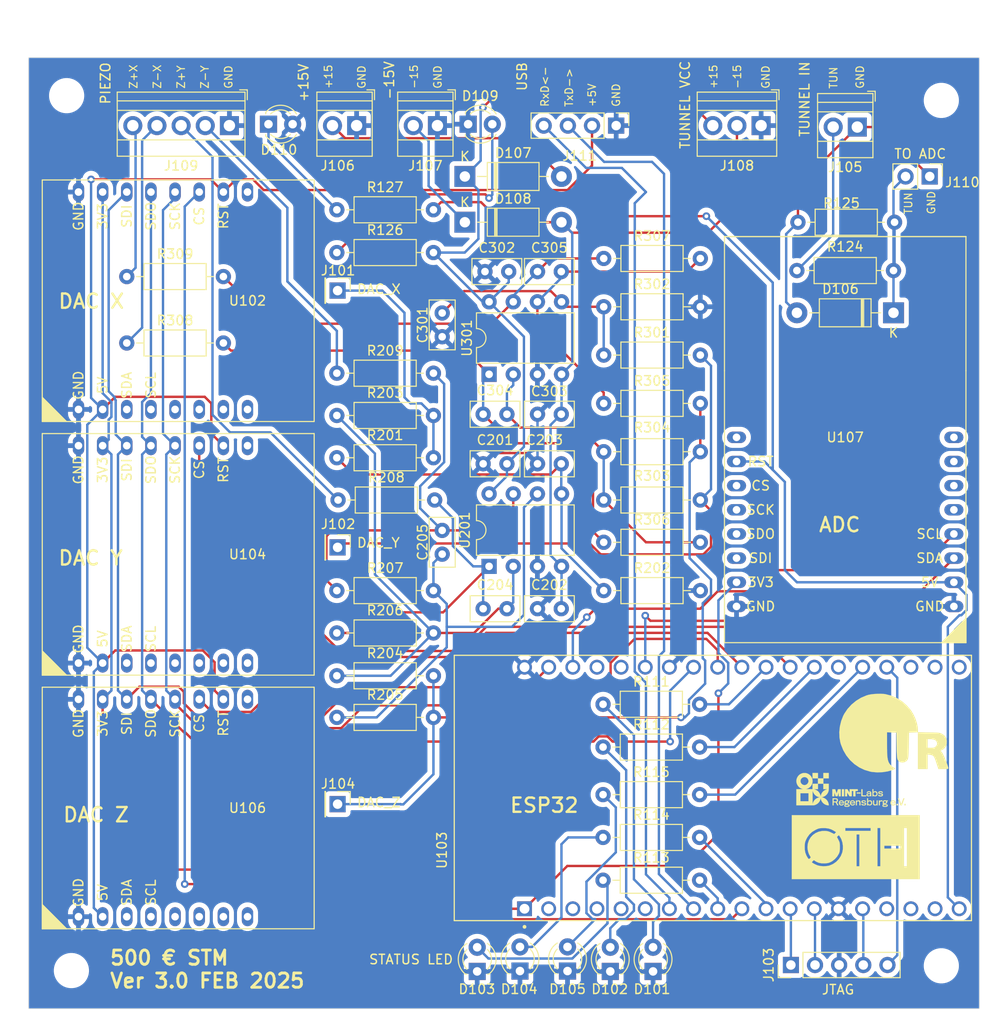
<source format=kicad_pcb>
(kicad_pcb (version 20240108) (generator "pcbnew") (generator_version "8.0")
  (title_block (title "500 EUR STM Adapterboard") (date "2025-02-18") (rev "3.0") (company "Univerität Regensburg"))
  (layers (0 "F.Cu" signal) (31 "B.Cu" signal) (37 "F.SilkS" user "F.Silkscreen") (38 "B.Mask" user) (39 "F.Mask" user) (44 "Edge.Cuts" user))
  (net 0 "")
  (net 1 "+15V")
  (net 2 "GND")
  (net 3 "-15V")
  (net 4 "Net-(U201B-+)")
  (net 5 "Net-(U201A--)")
  (net 6 "Net-(C204-Pad1)")
  (net 7 "Net-(U201B--)")
  (net 8 "Net-(C205-Pad1)")
  (net 9 "/Z-Yp")
  (net 10 "/Z+Ym")
  (net 11 "/Z+Yr")
  (net 12 "/Z-Yr")
  (net 13 "/Z-Ym")
  (net 14 "/LED_17")
  (net 15 "/LED_04")
  (net 16 "/LED_RED")
  (net 17 "/LED_YELLOW")
  (net 18 "/LED_GREEN")
  (net 19 "/TUNNEL_GND")
  (net 20 "/TUNNEL_TO_ADC_A3")
  (net 21 "/+15V_in")
  (net 22 "/-15V_in")
  (net 23 "/LED_+15V")
  (net 24 "/LED_-15V")
  (net 25 "X")
  (net 26 "Y")
  (net 27 "JTAG_TMS")
  (net 28 "JTAG_TD0")
  (net 29 "JTAG_TCK")
  (net 30 "JTAG_TDI")
  (net 31 "Z")
  (net 32 "/TUNNEL_IN")
  (net 33 "Z+X")
  (net 34 "Z-X")
  (net 35 "Z-Y")
  (net 36 "Z+Y")
  (net 37 "+5V")
  (net 38 "TXD")
  (net 39 "RXD")
  (net 40 "IO17")
  (net 41 "IO04")
  (net 42 "IO25")
  (net 43 "IO27")
  (net 44 "IO02")
  (net 45 "ESP32_CS1")
  (net 51 "+3V3")
  (net 52 "ESP32_SDI")
  (net 53 "ESP32_SDO")
  (net 54 "ESP32_SCK")
  (net 57 "ESP32_SDA")
  (net 66 "ESP32_CS3")
  (net 69 "ESP32_CS2")
  (net 70 "ESP32_SCL")
  (footprint "Resistor_THT:R_Axial_DIN0207_L6.3mm_D2.5mm_P10.16mm_Horizontal" (layer "F.Cu") (at 110.49 100.965)
    (property "Reference" "R306")
    (property "Value" "3K3")
  )
  (footprint "Resistor_THT:R_Axial_DIN0207_L6.3mm_D2.5mm_P10.16mm_Horizontal" (layer "F.Cu") (at 82.42 92.075)
    (property "Reference" "R201")
    (property "Value" "3K3")
  )
  (footprint "Connector_PinHeader_2.54mm:PinHeader_1x01_P2.54mm_Vertical" (layer "F.Cu") (at 82.5 128.5 -90)
    (property "Reference" "J104")
    (property "Value" "1xPin")
  )
  (footprint "Resistor_THT:R_Axial_DIN0207_L6.3mm_D2.5mm_P10.16mm_Horizontal" (layer "F.Cu") (at 110.49 86.36)
    (property "Reference" "R305")
    (property "Value" "3K3")
  )
  (footprint "Resistor_THT:R_Axial_DIN0207_L6.3mm_D2.5mm_P10.16mm_Horizontal" (layer "F.Cu") (at 82.42 110.5)
    (property "Reference" "R206")
    (property "Value" "3K3")
  )
  (footprint "Mikroe:Mikroe_Socket_DAC_2_Click" (layer "F.Cu") (at 64.135 102.235 -90)
    (property "Reference" "U104")
    (property "Value" "DAC Y")
  )
  (footprint "MountingHole:MountingHole_3.2mm_M3" (layer "F.Cu") (at 146 145.5)
    (property "Reference" "H104" (hide yes))
    (property "Value" "MountingHole" (hide yes))
  )
  (footprint "TerminalBlock:TerminalBlock_Xinya_XY308-2.54-2P_1x02_P2.54mm_Horizontal" (layer "F.Cu") (at 84.5 57.15 180)
    (property "Reference" "J106")
    (property "Value" "Power in +15V")
  )
  (footprint "Resistor_THT:R_Axial_DIN0207_L6.3mm_D2.5mm_P10.16mm_Horizontal" (layer "F.Cu") (at 82.42 106.045)
    (property "Reference" "R207")
    (property "Value" "3K3")
  )
  (footprint "Package_DIP:DIP-8_W7.62mm" (layer "F.Cu") (at 98.435 103.495 90)
    (property "Reference" "U201")
    (property "Value" "TL072")
  )
  (footprint "Resistor_THT:R_Axial_DIN0207_L6.3mm_D2.5mm_P10.16mm_Horizontal" (layer "F.Cu") (at 110.49 81.28)
    (property "Reference" "R301")
    (property "Value" "3K3")
  )
  (footprint "Resistor_THT:R_Axial_DIN0207_L6.3mm_D2.5mm_P10.16mm_Horizontal" (layer "F.Cu") (at 110.49 106.045)
    (property "Reference" "R202")
    (property "Value" "3K3")
  )
  (footprint "LED_THT:LED_D3.0mm_Clear" (layer "F.Cu") (at 106.68 146.05 90)
    (property "Reference" "D105")
    (property "Value" "GREEN")
  )
  (footprint "Resistor_THT:R_Axial_DIN0207_L6.3mm_D2.5mm_P10.16mm_Horizontal" (layer "F.Cu") (at 130.81 72.39)
    (property "Reference" "R124")
    (property "Value" "3K3")
  )
  (footprint "Adapterboard:oth" (layer "F.Cu") (at 137 133)
    (property "Reference" "U110" (hide yes))
    (property "Value" "OTH" (hide yes))
  )
  (footprint "Capacitor_THT:C_Disc_D5.0mm_W2.5mm_P2.50mm" (layer "F.Cu") (at 93.5 76.855 -90)
    (property "Reference" "C301")
    (property "Value" "4n7")
  )
  (footprint "Resistor_THT:R_Axial_DIN0207_L6.3mm_D2.5mm_P10.16mm_Horizontal" (layer "F.Cu") (at 82.42 70.5)
    (property "Reference" "R126")
    (property "Value" "3K3")
  )
  (footprint "Mikroe:Mikroe_Socket_DAC_2_Click" (layer "F.Cu") (at 64.135 75.565 -90)
    (property "Reference" "U102")
    (property "Value" "DAC X")
  )
  (footprint "LED_THT:LED_D3.0mm_Clear" (layer "F.Cu") (at 97.18 146.09 90)
    (property "Reference" "D103")
    (property "Value" "RED")
  )
  (footprint "Adapterboard:ur" (layer "F.Cu") (at 141 121)
    (property "Reference" "U109" (hide yes))
    (property "Value" "UniRegensburg" (hide yes))
  )
  (footprint "Resistor_THT:R_Axial_DIN0207_L6.3mm_D2.5mm_P10.16mm_Horizontal" (layer "F.Cu") (at 82.42 115)
    (property "Reference" "R204")
    (property "Value" "3K3")
  )
  (footprint "Package_DIP:DIP-8_W7.62mm" (layer "F.Cu") (at 98.435 83.3 90)
    (property "Reference" "U301")
    (property "Value" "TL072")
  )
  (footprint "Capacitor_THT:C_Disc_D5.0mm_W2.5mm_P2.50mm" (layer "F.Cu") (at 97.81 107.95)
    (property "Reference" "C204")
    (property "Value" "4n7")
  )
  (footprint "Capacitor_THT:C_Disc_D5.0mm_W2.5mm_P2.50mm" (layer "F.Cu") (at 106.025 92.71 180)
    (property "Reference" "C203")
    (property "Value" "4n7")
  )
  (footprint "Mikroe:Mikroe_Socket_DAC_2_Click" (layer "F.Cu") (at 64.135 128.905 -90)
    (property "Reference" "U106")
    (property "Value" "DAC Z")
  )
  (footprint "Capacitor_THT:C_Disc_D5.0mm_W2.5mm_P2.50mm" (layer "F.Cu") (at 106.025 107.95 180)
    (property "Reference" "C202")
    (property "Value" "100n")
  )
  (footprint "Connector_PinHeader_2.54mm:PinHeader_1x01_P2.54mm_Vertical" (layer "F.Cu") (at 82.5 74.5 -90)
    (property "Reference" "J101")
    (property "Value" "1xPin")
  )
  (footprint "LED_THT:LED_D3.0mm_Clear" (layer "F.Cu") (at 115.68 146.09 90)
    (property "Reference" "D101")
    (property "Value" "LED")
  )
  (footprint "Diode_THT:D_DO-41_SOD81_P10.16mm_Horizontal" (layer "F.Cu") (at 140.97 76.835 180)
    (property "Reference" "D106")
    (property "Value" "1N5819")
  )
  (footprint "Capacitor_THT:C_Disc_D5.0mm_W2.5mm_P2.50mm" (layer "F.Cu") (at 97.81 92.71)
    (property "Reference" "C201")
    (property "Value" "100n")
  )
  (footprint "Adapterboard:mint" (layer "F.Cu") (at 136.5 127)
    (property "Reference" "U108" (hide yes))
    (property "Value" "mint" (hide yes))
  )
  (footprint "Capacitor_THT:C_Disc_D5.0mm_W2.5mm_P2.50mm" (layer "F.Cu") (at 106.025 87.5 180)
    (property "Reference" "C303")
    (property "Value" "100n")
  )
  (footprint "MountingHole:MountingHole_3.2mm_M3" (layer "F.Cu") (at 54 54)
    (property "Reference" "H101" (hide yes))
    (property "Value" "MountingHole" (hide yes))
  )
  (footprint "Connector_PinHeader_2.54mm:PinHeader_1x01_P2.54mm_Vertical" (layer "F.Cu") (at 82.5 101.5 -90)
    (property "Reference" "J102")
    (property "Value" "1xPin")
  )
  (footprint "LED_THT:LED_D3.0mm_Clear" (layer "F.Cu") (at 111.18 146.09 90)
    (property "Reference" "D102")
    (property "Value" "LED")
  )
  (footprint "Capacitor_THT:C_Disc_D5.0mm_W2.5mm_P2.50mm" (layer "F.Cu") (at 98 72.5)
    (property "Reference" "C302")
    (property "Value" "100n")
  )
  (footprint "Resistor_THT:R_Axial_DIN0207_L6.3mm_D2.5mm_P10.16mm_Horizontal" (layer "F.Cu") (at 60.325 73.025)
    (property "Reference" "R309")
    (property "Value" "220")
  )
  (footprint "Resistor_THT:R_Axial_DIN0207_L6.3mm_D2.5mm_P10.16mm_Horizontal" (layer "F.Cu") (at 82.42 66)
    (property "Reference" "R127")
    (property "Value" "3K3")
  )
  (footprint "TerminalBlock:TerminalBlock_Xinya_XY308-2.54-3P_1x03_P2.54mm_Horizontal" (layer "F.Cu") (at 127.045 57.15 180)
    (property "Reference" "J108")
    (property "Value" "Power out Preamplifier")
  )
  (footprint "Resistor_THT:R_Axial_DIN0207_L6.3mm_D2.5mm_P10.16mm_Horizontal" (layer "F.Cu") (at 110.42 132)
    (property "Reference" "R114")
    (property "Value" "220")
  )
  (footprint "Resistor_THT:R_Axial_DIN0207_L6.3mm_D2.5mm_P10.16mm_Horizontal" (layer "F.Cu") (at 141.08 67.31 180)
    (property "Reference" "R125")
    (property "Value" "1K6")
  )
  (footprint "Resistor_THT:R_Axial_DIN0207_L6.3mm_D2.5mm_P10.16mm_Horizontal" (layer "F.Cu") (at 110.42 118)
    (property "Reference" "R111")
    (property "Value" "220")
  )
  (footprint "Resistor_THT:R_Axial_DIN0207_L6.3mm_D2.5mm_P10.16mm_Horizontal" (layer "F.Cu") (at 82.42 87.63)
    (property "Reference" "R203")
    (property "Value" "3K3")
  )
  (footprint "Resistor_THT:R_Axial_DIN0207_L6.3mm_D2.5mm_P10.16mm_Horizontal" (layer "F.Cu") (at 82.42 83.185)
    (property "Reference" "R209")
    (property "Value" "220")
  )
  (footprint "Resistor_THT:R_Axial_DIN0207_L6.3mm_D2.5mm_P10.16mm_Horizontal" (layer "F.Cu") (at 110.42 122.5)
    (property "Reference" "R112")
    (property "Value" "220")
  )
  (footprint "Resistor_THT:R_Axial_DIN0207_L6.3mm_D2.5mm_P10.16mm_Horizontal" (layer "F.Cu") (at 110.42 127.5)
    (property "Reference" "R115")
    (property "Value" "220")
  )
  (footprint "ESP32-DEVKITC-32D:MODULE_ESP32-DEVKITC-32D" (layer "F.Cu") (at 121.92 126.8 90)
    (property "Reference" "U103")
    (property "Value" "ESP32-DEVKITC-32D")
  )
  (footprint "LED_THT:LED_D3.0mm_Clear" (layer "F.Cu") (at 96.23 57)
    (property "Reference" "D109")
    (property "Value" "LED_+15V")
  )
  (footprint "Capacitor_THT:C_Disc_D5.0mm_W2.5mm_P2.50mm" (layer "F.Cu") (at 103.525 72.5)
    (property "Reference" "C305")
    (property "Value" "4n7")
  )
  (footprint "Resistor_THT:R_Axial_DIN0207_L6.3mm_D2.5mm_P10.16mm_Horizontal" (layer "F.Cu") (at 110.49 71.12)
    (property "Reference" "R307")
    (property "Value" "3K3")
  )
  (footprint "Diode_THT:D_DO-41_SOD81_P10.16mm_Horizontal" (layer "F.Cu") (at 95.885 62.5)
    (property "Reference" "D107")
    (property "Value" "1N5819")
  )
  (footprint "Resistor_THT:R_Axial_DIN0207_L6.3mm_D2.5mm_P10.16mm_Horizontal" (layer "F.Cu") (at 110.49 96.52)
    (property "Reference" "R303")
    (property "Value" "3K3")
  )
  (footprint "Capacitor_THT:C_Disc_D5.0mm_W2.5mm_P2.50mm" (layer "F.Cu") (at 97.81 87.5)
    (property "Reference" "C304")
    (property "Value" "4n7")
  )
  (footprint "LED_THT:LED_D3.0mm_Clear" (layer "F.Cu") (at 101.68 146.05 90)
    (property "Reference" "D104")
    (property "Value" "YELLOW")
  )
  (footprint "Resistor_THT:R_Axial_DIN0207_L6.3mm_D2.5mm_P10.16mm_Horizontal" (layer "F.Cu") (at 110.49 76.2)
    (property "Reference" "R302")
    (property "Value" "3K3")
  )
  (footprint "Connector_PinHeader_2.54mm:PinHeader_1x02_P2.54mm_Vertical" (layer "F.Cu") (at 144.78 62.5 -90)
    (property "Reference" "J110")
    (property "Value" "TUNNEL_1")
  )
  (footprint "TerminalBlock:TerminalBlock_Xinya_XY308-2.54-5P_1x05_P2.54mm_Horizontal" (layer "F.Cu") (at 71.12 57.15 180)
    (property "Reference" "J109")
    (property "Value" "Piezo")
  )
  (footprint "LED_THT:LED_D3.0mm_Clear" (layer "F.Cu") (at 75.23 57)
    (property "Reference" "D110")
    (property "Value" "LED_-15V")
  )
  (footprint "Capacitor_THT:C_Disc_D5.0mm_W2.5mm_P2.50mm" (layer "F.Cu") (at 93.5 99.715 -90)
    (property "Reference" "C205")
    (property "Value" "4n7")
  )
  (footprint "Diode_THT:D_DO-41_SOD81_P10.16mm_Horizontal" (layer "F.Cu") (at 95.885 67.31)
    (property "Reference" "D108")
    (property "Value" "1N5819")
  )
  (footprint "Resistor_THT:R_Axial_DIN0207_L6.3mm_D2.5mm_P10.16mm_Horizontal" (layer "F.Cu") (at 110.42 136.5)
    (property "Reference" "R113")
    (property "Value" "220")
  )
  (footprint "MountingHole:MountingHole_3.2mm_M3" (layer "F.Cu") (at 146 54.5)
    (property "Reference" "H102" (hide yes))
    (property "Value" "MountingHole" (hide yes))
  )
  (footprint "Resistor_THT:R_Axial_DIN0207_L6.3mm_D2.5mm_P10.16mm_Horizontal" (layer "F.Cu") (at 110.49 91.44)
    (property "Reference" "R304")
    (property "Value" "3K3")
  )
  (footprint "Resistor_THT:R_Axial_DIN0207_L6.3mm_D2.5mm_P10.16mm_Horizontal" (layer "F.Cu") (at 60.325 80.01)
    (property "Reference" "R308")
    (property "Value" "220")
  )
  (footprint "Connector_PinHeader_2.54mm:PinHeader_1x04_P2.54mm_Vertical" (layer "F.Cu") (at 111.8 57.15 -90)
    (property "Reference" "J111")
    (property "Value" "USB_Connector")
  )
  (footprint "Resistor_THT:R_Axial_DIN0207_L6.3mm_D2.5mm_P10.16mm_Horizontal" (layer "F.Cu") (at 82.42 119.38)
    (property "Reference" "R205")
    (property "Value" "3K3")
  )
  (footprint "TerminalBlock:TerminalBlock_Xinya_XY308-2.54-2P_1x02_P2.54mm_Horizontal" (layer "F.Cu") (at 93 57.15 180)
    (property "Reference" "J107")
    (property "Value" "Power in -15V")
  )
  (footprint "Resistor_THT:R_Axial_DIN0207_L6.3mm_D2.5mm_P10.16mm_Horizontal" (layer "F.Cu") (at 82.55 96.52)
    (property "Reference" "R208")
    (property "Value" "220")
  )
  (footprint "Connector_PinHeader_2.54mm:PinHeader_1x05_P2.54mm_Vertical" (layer "F.Cu") (at 130.175 145.415 90)
    (property "Reference" "J103")
    (property "Value" "JTAG")
  )
  (footprint "TerminalBlock:TerminalBlock_Xinya_XY308-2.54-2P_1x02_P2.54mm_Horizontal" (layer "F.Cu") (at 137.165 57.3 180)
    (property "Reference" "J105")
    (property "Value" "TUNNEL_IN")
  )
  (footprint "MountingHole:MountingHole_3.2mm_M3" (layer "F.Cu") (at 54.5 146)
    (property "Reference" "H103" (hide yes))
    (property "Value" "MountingHole" (hide yes))
  )
  (footprint "Mikroe:Mikroe_Socket_ADC_8_Click" (layer "F.Cu") (at 135.89 98.82)
    (property "Reference" "U107")
    (property "Value" "ADC 8 Click")
  )
  (gr_rect (start 50 50) (end 150 150) (stroke (width 0.05)) (fill none) (layer "Edge.Cuts"))
  (gr_text "-15V" (at 88.519 54.483 90) (layer "F.SilkS") (effects (font (size 1 1)) (justify left bottom)))
  (gr_text "ADC" (at 133 100 0) (layer "F.SilkS") (effects (font (size 1.5 1.5) (thickness 0.25) (bold yes)) (justify left bottom)))
  (gr_text "TxD->" (at 107.315 55.245 90) (layer "F.SilkS") (effects (font (size 0.8 0.8) (thickness 0.12)) (justify left bottom)))
  (gr_text "DAC_Z" (at 84.455 128.905 0) (layer "F.SilkS") (effects (font (size 1 1)) (justify left bottom)))
  (gr_text "TUN" (at 143.002 66.548 90) (layer "F.SilkS") (effects (font (size 0.8 0.8) (thickness 0.12)) (justify left bottom)))
  (gr_text "+15" (at 122.5 53.34 90) (layer "F.SilkS") (effects (font (size 0.8 0.8) (thickness 0.12)) (justify left bottom)))
  (gr_text "DAC X" (at 53 76.5 0) (layer "F.SilkS") (effects (font (size 1.5 1.5) (thickness 0.25) (bold yes)) (justify left bottom)))
  (gr_text "-15" (at 91 53.34 90) (layer "F.SilkS") (effects (font (size 0.8 0.8) (thickness 0.12)) (justify left bottom)))
  (gr_text "GND" (at 112.268 55.245 90) (layer "F.SilkS") (effects (font (size 0.8 0.8) (thickness 0.12)) (justify left bottom)))
  (gr_text "DAC Y" (at 53 103.5 0) (layer "F.SilkS") (effects (font (size 1.5 1.5) (thickness 0.25) (bold yes)) (justify left bottom)))
  (gr_text "+15V" (at 79.502 54.737 90) (layer "F.SilkS") (effects (font (size 1 1)) (justify left bottom)))
  (gr_text "Z-X" (at 64 53.34 90) (layer "F.SilkS") (effects (font (size 0.8 0.8) (thickness 0.12)) (justify left bottom)))
  (gr_text "TO ADC" (at 140.97 60.706 0) (layer "F.SilkS") (effects (font (size 1 1)) (justify left bottom)))
  (gr_text "500 € STM\nVer 3.0 FEB 2025" (at 58.42 147.955 0) (layer "F.SilkS") (effects (font (size 1.5 1.5) (thickness 0.3) (bold yes)) (justify left bottom)))
  (gr_text "GND" (at 85.5 53.34 90) (layer "F.SilkS") (effects (font (size 0.8 0.8) (thickness 0.12)) (justify left bottom)))
  (gr_text "GND" (at 71.5 53.34 90) (layer "F.SilkS") (effects (font (size 0.8 0.8) (thickness 0.12)) (justify left bottom)))
  (gr_text "TUNNEL VCC" (at 119.634 59.69 90) (layer "F.SilkS") (effects (font (size 1 1)) (justify left bottom)))
  (gr_text "GND" (at 137.922 53.34 90) (layer "F.SilkS") (effects (font (size 0.8 0.8) (thickness 0.12)) (justify left bottom)))
  (gr_text "Z+X" (at 61.5 53.34 90) (layer "F.SilkS") (effects (font (size 0.8 0.8) (thickness 0.12)) (justify left bottom)))
  (gr_text "DAC Z" (at 53.5 130.5 0) (layer "F.SilkS") (effects (font (size 1.5 1.5) (thickness 0.25) (bold yes)) (justify left bottom)))
  (gr_text "GND" (at 128 53.34 90) (layer "F.SilkS") (effects (font (size 0.8 0.8) (thickness 0.12)) (justify left bottom)))
  (gr_text "DAC_X" (at 84.455 74.93 0) (layer "F.SilkS") (effects (font (size 1 1)) (justify left bottom)))
  (gr_text "GND" (at 145.415 66.548 90) (layer "F.SilkS") (effects (font (size 0.8 0.8) (thickness 0.12)) (justify left bottom)))
  (gr_text "RxD<-" (at 104.775 55.245 90) (layer "F.SilkS") (effects (font (size 0.8 0.8) (thickness 0.12)) (justify left bottom)))
  (gr_text "JTAG" (at 133.35 148.59 0) (layer "F.SilkS") (effects (font (size 1 1)) (justify left bottom)))
  (gr_text "USB" (at 102.489 53.594 90) (layer "F.SilkS") (effects (font (size 1 1)) (justify left bottom)))
  (gr_text "TUN" (at 135.128 53.34 90) (layer "F.SilkS") (effects (font (size 0.8 0.8) (thickness 0.12)) (justify left bottom)))
  (gr_text "+5V" (at 109.728 55.245 90) (layer "F.SilkS") (effects (font (size 0.8 0.8) (thickness 0.12)) (justify left bottom)))
  (gr_text "Z+Y" (at 66.5 53.34 90) (layer "F.SilkS") (effects (font (size 0.8 0.8) (thickness 0.12)) (justify left bottom)))
  (gr_text "Z-Y" (at 69 53.34 90) (layer "F.SilkS") (effects (font (size 0.8 0.8) (thickness 0.12)) (justify left bottom)))
  (gr_text "DAC_Y" (at 84.455 101.6 0) (layer "F.SilkS") (effects (font (size 1 1)) (justify left bottom)))
  (gr_text "GND" (at 93.5 53.34 90) (layer "F.SilkS") (effects (font (size 0.8 0.8) (thickness 0.12)) (justify left bottom)))
  (gr_text "-15" (at 125 53.34 90) (layer "F.SilkS") (effects (font (size 0.8 0.8) (thickness 0.12)) (justify left bottom)))
  (gr_text "+15" (at 82 53.34 90) (layer "F.SilkS") (effects (font (size 0.8 0.8) (thickness 0.12)) (justify left bottom)))
  (gr_text "TUNNEL IN" (at 132.207 58.42 90) (layer "F.SilkS") (effects (font (size 1 1)) (justify left bottom)))
  (gr_text "STATUS LED" (at 85.725 145.415 0) (layer "F.SilkS") (effects (font (size 1 1)) (justify left bottom)))
  (gr_text "ESP32" (at 100.5 129.5 0) (layer "F.SilkS") (effects (font (size 1.5 1.5) (thickness 0.25) (bold yes)) (justify left bottom)))
  (gr_text "PIEZO" (at 58.674 54.991 90) (layer "F.SilkS") (effects (font (size 1 1)) (justify left bottom)))
  (segment (start 121.965 57.15) (end 118.79 53.975) (width 0.25) (layer "F.Cu") (net 1))
  (segment (start 99.06 53.975) (end 97.79 55.245) (width 0.25) (layer "F.Cu") (net 1))
  (segment (start 118.79 53.975) (end 99.06 53.975) (width 0.25) (layer "F.Cu") (net 1))
  (via (at 97.79 55.245) (size 0.8) (drill 0.4) (layers "F.Cu" "B.Cu") (net 1))
  (segment (start 98.435 75.68) (end 102.1 79.345) (width 0.25) (layer "B.Cu") (net 1))
  (segment (start 102.1 79.345) (end 102.1 90.92) (width 0.25) (layer "B.Cu") (net 1))
  (segment (start 100.31 94) (end 98.435 95.875) (width 0.25) (layer "B.Cu") (net 1))
  (segment (start 100.5 73.615) (end 100.5 72.5) (width 0.25) (layer "B.Cu") (net 1))
  (segment (start 92.58 70.5) (end 97.76 75.68) (width 0.25) (layer "B.Cu") (net 1))
  (segment (start 97.31 63.925) (end 97.31 69.06) (width 0.25) (layer "B.Cu") (net 1))
  (segment (start 97.79 55.245) (end 97.545 55.49) (width 0.25) (layer "B.Cu") (net 1))
  (segment (start 102.1 90.92) (end 100.31 92.71) (width 0.25) (layer "B.Cu") (net 1))
  (segment (start 97.31 69.06) (end 95.87 70.5) (width 0.25) (layer "B.Cu") (net 1))
  (segment (start 95.87 70.5) (end 92.58 70.5) (width 0.25) (layer "B.Cu") (net 1))
  (segment (start 100.31 92.71) (end 100.31 94) (width 0.25) (layer "B.Cu") (net 1))
  (segment (start 97.76 75.68) (end 98.435 75.68) (width 0.25) (layer "B.Cu") (net 1))
  (segment (start 97.545 60.84) (end 95.885 62.5) (width 0.25) (layer "B.Cu") (net 1))
  (segment (start 97.545 55.49) (end 97.545 60.84) (width 0.25) (layer "B.Cu") (net 1))
  (segment (start 98.435 75.68) (end 100.5 73.615) (width 0.25) (layer "B.Cu") (net 1))
  (segment (start 95.885 62.5) (end 97.31 63.925) (width 0.25) (layer "B.Cu") (net 1))
  (segment (start 103.525 92.71) (end 102.4 91.585) (width 0.25) (layer "F.Cu") (net 2))
  (segment (start 98.935 91.585) (end 97.81 92.71) (width 0.25) (layer "F.Cu") (net 2))
  (segment (start 102.4 91.585) (end 98.935 91.585) (width 0.25) (layer "F.Cu") (net 2))
  (segment (start 103.525 87.5) (end 103.525 92.71) (width 0.25) (layer "B.Cu") (net 2))
  (segment (start 106.045 67.31) (end 107.144999 68.409999) (width 0.25) (layer "F.Cu") (net 3))
  (segment (start 97.585001 65.200001) (end 99.695 67.31) (width 0.25) (layer "F.Cu") (net 3))
  (segment (start 93.379999 65.200001) (end 97.585001 65.200001) (width 0.25) (layer "F.Cu") (net 3))
  (segment (start 124.505 64.725) (end 124.505 57.15) (width 0.25) (layer "F.Cu") (net 3))
  (segment (start 107.144999 68.409999) (end 121.455001 68.409999) (width 0.25) (layer "F.Cu") (net 3))
  (segment (start 92.58 66) (end 93.379999 65.200001) (width 0.25) (layer "F.Cu") (net 3))
  (segment (start 124.46 65.405) (end 124.46 64.77) (width 0.25) (layer "F.Cu") (net 3))
  (segment (start 124.46 64.77) (end 124.505 64.725) (width 0.25) (layer "F.Cu") (net 3))
  (segment (start 99.695 67.31) (end 106.045 67.31) (width 0.25) (layer "F.Cu") (net 3))
  (segment (start 121.455001 68.409999) (end 124.46 65.405) (width 0.25) (layer "F.Cu") (net 3))
  (segment (start 106.055 103.495) (end 106.055 107.92) (width 0.25) (layer "B.Cu") (net 3))
  (segment (start 107.18 68.445) (end 106.045 67.31) (width 0.25) (layer "B.Cu") (net 3))
  (segment (start 106.055 83.3) (end 106.055 87.47) (width 0.25) (layer "B.Cu") (net 3))
  (segment (start 106.055 107.92) (end 106.025 107.95) (width 0.25) (layer "B.Cu") (net 3))
  (segment (start 106.055 87.47) (end 106.025 87.5) (width 0.25) (layer "B.Cu") (net 3))
  (segment (start 107.18 82.175) (end 107.18 68.445) (width 0.25) (layer "B.Cu") (net 3))
  (segment (start 106.025 87.5) (end 104.9 88.625) (width 0.25) (layer "B.Cu") (net 3))
  (segment (start 104.9 102.34) (end 106.055 103.495) (width 0.25) (layer "B.Cu") (net 3))
  (segment (start 106.055 83.3) (end 107.18 82.175) (width 0.25) (layer "B.Cu") (net 3))
  (segment (start 104.9 88.625) (end 104.9 102.34) (width 0.25) (layer "B.Cu") (net 3))
  (segment (start 104.9 93.835) (end 106.025 92.71) (width 0.25) (layer "F.Cu") (net 4))
  (segment (start 82.42 92.075) (end 84.18 93.835) (width 0.25) (layer "F.Cu") (net 4))
  (segment (start 84.18 93.835) (end 104.9 93.835) (width 0.25) (layer "F.Cu") (net 4))
  (segment (start 106.055 101.61) (end 110.49 106.045) (width 0.25) (layer "B.Cu") (net 4))
  (segment (start 106.055 95.875) (end 106.055 101.61) (width 0.25) (layer "B.Cu") (net 4))
  (segment (start 106.025 95.845) (end 106.055 95.875) (width 0.25) (layer "B.Cu") (net 4))
  (segment (start 106.025 92.71) (end 106.025 95.845) (width 0.25) (layer "B.Cu") (net 4))
  (segment (start 96.850991 110.5) (end 92.58 110.5) (width 0.25) (layer "F.Cu") (net 5))
  (segment (start 99.400991 107.95) (end 96.850991 110.5) (width 0.25) (layer "F.Cu") (net 5))
  (segment (start 100.31 107.95) (end 99.400991 107.95) (width 0.25) (layer "F.Cu") (net 5))
  (segment (start 88.08 115) (end 92.58 110.5) (width 0.25) (layer "B.Cu") (net 5))
  (segment (start 100.975 107.285) (end 100.31 107.95) (width 0.25) (layer "B.Cu") (net 5))
  (segment (start 86.422613 91.632613) (end 86.422613 104.342613) (width 0.25) (layer "B.Cu") (net 5))
  (segment (start 86.422613 104.342613) (end 92.58 110.5) (width 0.25) (layer "B.Cu") (net 5))
  (segment (start 100.975 103.495) (end 100.975 107.285) (width 0.25) (layer "B.Cu") (net 5))
  (segment (start 82.42 87.63) (end 86.422613 91.632613) (width 0.25) (layer "B.Cu") (net 5))
  (segment (start 82.42 115) (end 88.08 115) (width 0.25) (layer "B.Cu") (net 5))
  (segment (start 89.535 108.331) (end 93.599 108.331) (width 0.25) (layer "F.Cu") (net 6))
  (segment (start 87.366 110.5) (end 89.535 108.331) (width 0.25) (layer "F.Cu") (net 6))
  (segment (start 93.599 108.331) (end 98.435 103.495) (width 0.25) (layer "F.Cu") (net 6))
  (segment (start 82.42 110.5) (end 87.366 110.5) (width 0.25) (layer "F.Cu") (net 6))
  (segment (start 94.625 98.435) (end 94.625 101.356) (width 0.25) (layer "B.Cu") (net 6))
  (segment (start 97.81 104.12) (end 98.435 103.495) (width 0.25) (layer "B.Cu") (net 6))
  (segment (start 94.625 101.356) (end 96.764 103.495) (width 0.25) (layer "B.Cu") (net 6))
  (segment (start 96.764 103.495) (end 98.435 103.495) (width 0.25) (layer "B.Cu") (net 6))
  (segment (start 92.71 96.52) (end 94.625 98.435) (width 0.25) (layer "B.Cu") (net 6))
  (segment (start 97.81 104.394) (end 97.81 104.12) (width 0.25) (layer "B.Cu") (net 6))
  (segment (start 97.81 107.95) (end 97.81 104.394) (width 0.25) (layer "B.Cu") (net 6))
  (segment (start 93.98 107.445) (end 93.98 109.855) (width 0.25) (layer "B.Cu") (net 7))
  (segment (start 86.609009 119.38) (end 82.42 119.38) (width 0.25) (layer "B.Cu") (net 7))
  (segment (start 92.58 103.135) (end 93.5 102.215) (width 0.25) (layer "B.Cu") (net 7))
  (segment (start 102.1 108.593) (end 100.838 109.855) (width 0.25) (layer "B.Cu") (net 7))
  (segment (start 92.58 106.045) (end 93.98 107.445) (width 0.25) (layer "B.Cu") (net 7))
  (segment (start 93.98 112.009009) (end 86.609009 119.38) (width 0.25) (layer "B.Cu") (net 7))
  (segment (start 92.58 106.045) (end 92.58 103.135) (width 0.25) (layer "B.Cu") (net 7))
  (segment (start 102.1 97.29) (end 102.1 108.593) (width 0.25) (layer "B.Cu") (net 7))
  (segment (start 100.838 109.855) (end 93.98 109.855) (width 0.25) (layer "B.Cu") (net 7))
  (segment (start 93.98 109.855) (end 93.98 112.009009) (width 0.25) (layer "B.Cu") (net 7))
  (segment (start 103.515 95.875) (end 102.1 97.29) (width 0.25) (layer "B.Cu") (net 7))
  (segment (start 93.5 99.715) (end 100.183 99.715) (width 0.25) (layer "F.Cu") (net 8))
  (segment (start 81.935 99.715) (end 93.5 99.715) (width 0.25) (layer "F.Cu") (net 8))
  (segment (start 100.975 98.923) (end 100.975 95.875) (width 0.25) (layer "F.Cu") (net 8))
  (segment (start 82.42 106.045) (end 81.325 104.95) (width 0.25) (layer "F.Cu") (net 8))
  (segment (start 81.325 104.95) (end 81.325 100.325) (width 0.25) (layer "F.Cu") (net 8))
  (segment (start 100.183 99.715) (end 100.975 98.923) (width 0.25) (layer "F.Cu") (net 8))
  (segment (start 81.325 100.325) (end 81.935 99.715) (width 0.25) (layer "F.Cu") (net 8))
  (segment (start 91.186 97.401) (end 91.186 95.059991) (width 0.25) (layer "B.Cu") (net 8))
  (segment (start 93.5 99.715) (end 91.186 97.401) (width 0.25) (layer "B.Cu") (net 8))
  (segment (start 91.186 95.059991) (end 93.705 92.540991) (width 0.25) (layer "B.Cu") (net 8))
  (segment (start 93.705 92.540991) (end 93.705 84.31) (width 0.25) (layer "B.Cu") (net 8))
  (segment (start 93.705 84.31) (end 92.58 83.185) (width 0.25) (layer "B.Cu") (net 8))
  (segment (start 106.055 75.68) (end 104.93 74.555) (width 0.25) (layer "F.Cu") (net 9))
  (segment (start 104.93 74.555) (end 95.8 74.555) (width 0.25) (layer "F.Cu") (net 9))
  (segment (start 110.49 76.2) (end 106.575 76.2) (width 0.25) (layer "F.Cu") (net 9))
  (segment (start 95.8 74.555) (end 93.5 76.855) (width 0.25) (layer "F.Cu") (net 9))
  (segment (start 106.575 76.2) (end 106.055 75.68) (width 0.25) (layer "F.Cu") (net 9))
  (segment (start 110.49 81.28) (end 110.49 76.2) (width 0.25) (layer "B.Cu") (net 9))
  (segment (start 114.935 100.965) (end 120.65 100.965) (width 0.25) (layer "F.Cu") (net 10))
  (segment (start 110.49 96.52) (end 114.935 100.965) (width 0.25) (layer "F.Cu") (net 10))
  (segment (start 107.95 88.9) (end 110.49 91.44) (width 0.25) (layer "F.Cu") (net 10))
  (segment (start 101.71 88.9) (end 107.95 88.9) (width 0.25) (layer "F.Cu") (net 10))
  (segment (start 100.31 87.5) (end 101.71 88.9) (width 0.25) (layer "F.Cu") (net 10))
  (segment (start 100.31 85.11) (end 100.31 87.5) (width 0.25) (layer "B.Cu") (net 10))
  (segment (start 100.975 84.445) (end 100.31 85.11) (width 0.25) (layer "B.Cu") (net 10))
  (segment (start 100.975 83.3) (end 100.975 84.445) (width 0.25) (layer "B.Cu") (net 10))
  (segment (start 110.49 91.44) (end 110.49 96.52) (width 0.25) (layer "B.Cu") (net 10))
  (segment (start 71.284999 80.809999) (end 95.944999 80.809999) (width 0.25) (layer "F.Cu") (net 11))
  (segment (start 97.81 87.5) (end 100.861 90.551) (width 0.25) (layer "F.Cu") (net 11))
  (segment (start 100.861 90.551) (end 106.807 90.551) (width 0.25) (layer "F.Cu") (net 11))
  (segment (start 70.485 80.01) (end 71.284999 80.809999) (width 0.25) (layer "F.Cu") (net 11))
  (segment (start 109.365 93.109) (end 109.365 99.84) (width 0.25) (layer "F.Cu") (net 11))
  (segment (start 95.944999 80.809999) (end 98.435 83.3) (width 0.25) (layer "F.Cu") (net 11))
  (segment (start 109.365 99.84) (end 110.49 100.965) (width 0.25) (layer "F.Cu") (net 11))
  (segment (start 106.807 90.551) (end 109.365 93.109) (width 0.25) (layer "F.Cu") (net 11))
  (segment (start 97.81 83.925) (end 98.435 83.3) (width 0.25) (layer "B.Cu") (net 11))
  (segment (start 97.81 87.5) (end 97.81 83.925) (width 0.25) (layer "B.Cu") (net 11))
  (segment (start 75.44 77.98) (end 70.485 73.025) (width 0.25) (layer "F.Cu") (net 12))
  (segment (start 100.975 75.68) (end 98.675 77.98) (width 0.25) (layer "F.Cu") (net 12))
  (segment (start 103.525 72.5) (end 104.905 71.12) (width 0.25) (layer "F.Cu") (net 12))
  (segment (start 98.675 77.98) (end 75.44 77.98) (width 0.25) (layer "F.Cu") (net 12))
  (segment (start 104.905 71.12) (end 110.49 71.12) (width 0.25) (layer "F.Cu") (net 12))
  (segment (start 103.525 72.5) (end 100.975 75.05) (width 0.25) (layer "B.Cu") (net 12))
  (segment (start 100.975 75.05) (end 100.975 75.68) (width 0.25) (layer "B.Cu") (net 12))
  (segment (start 110.49 85.22863) (end 103.515 78.25363) (width 0.25) (layer "F.Cu") (net 13))
  (segment (start 103.515 78.25363) (end 103.515 75.68) (width 0.25) (layer "F.Cu") (net 13))
  (segment (start 106.025 72.5) (end 119.27 72.5) (width 0.25) (layer "F.Cu") (net 13))
  (segment (start 110.49 86.36) (end 110.49 85.22863) (width 0.25) (layer "F.Cu") (net 13))
  (segment (start 119.27 72.5) (end 120.65 71.12) (width 0.25) (layer "F.Cu") (net 13))
  (segment (start 106.025 73.17) (end 106.025 72.5) (width 0.25) (layer "B.Cu") (net 13))
  (segment (start 103.515 75.68) (end 106.025 73.17) (width 0.25) (layer "B.Cu") (net 13))
  (segment (start 113.665 121.245) (end 110.42 118) (width 0.25) (layer "B.Cu") (net 14))
  (segment (start 116.295 139.042294) (end 116.300449 139.036845) (width 0.25) (layer "B.Cu") (net 14))
  (segment (start 115.68 140.86) (end 116.295 140.245) (width 0.25) (layer "B.Cu") (net 14))
  (segment (start 113.665 136.401396) (end 113.665 121.245) (width 0.25) (layer "B.Cu") (net 14))
  (segment (start 116.300449 139.036845) (end 113.665 136.401396) (width 0.25) (layer "B.Cu") (net 14))
  (segment (start 116.295 140.245) (end 116.295 139.042294) (width 0.25) (layer "B.Cu") (net 14))
  (segment (start 115.68 143.55) (end 115.68 140.86) (width 0.25) (layer "B.Cu") (net 14))
  (segment (start 111.18 141.55) (end 112.125 140.605) (width 0.25) (layer "B.Cu") (net 15))
  (segment (start 113.665 139.065) (end 112.855 138.255) (width 0.25) (layer "B.Cu") (net 15))
  (segment (start 111.18 143.55) (end 111.18 141.55) (width 0.25) (layer "B.Cu") (net 15))
  (segment (start 112.125 140.605) (end 112.777706 140.605) (width 0.25) (layer "B.Cu") (net 15))
  (segment (start 113.665 139.717706) (end 113.665 139.065) (width 0.25) (layer "B.Cu") (net 15))
  (segment (start 112.855 124.935) (end 110.42 122.5) (width 0.25) (layer "B.Cu") (net 15))
  (segment (start 112.777706 140.605) (end 113.665 139.717706) (width 0.25) (layer "B.Cu") (net 15))
  (segment (start 112.855 138.255) (end 112.855 124.935) (width 0.25) (layer "B.Cu") (net 15))
  (segment (start 107.187412 144.735) (end 110.885 141.037412) (width 0.25) (layer "B.Cu") (net 16))
  (segment (start 110.885 141.037412) (end 110.885 136.965) (width 0.25) (layer "B.Cu") (net 16))
  (segment (start 98.365 144.735) (end 107.187412 144.735) (width 0.25) (layer "B.Cu") (net 16))
  (segment (start 97.18 143.55) (end 98.365 144.735) (width 0.25) (layer "B.Cu") (net 16))
  (segment (start 110.885 136.965) (end 110.42 136.5) (width 0.25) (layer "B.Cu") (net 16))
  (segment (start 102.952792 143.51) (end 106.045 140.417792) (width 0.25) (layer "B.Cu") (net 17))
  (segment (start 101.68 143.51) (end 102.952792 143.51) (width 0.25) (layer "B.Cu") (net 17))
  (segment (start 106.045 140.417792) (end 106.045 132.715) (width 0.25) (layer "B.Cu") (net 17))
  (segment (start 106.76 132) (end 110.42 132) (width 0.25) (layer "B.Cu") (net 17))
  (segment (start 106.045 132.715) (end 106.76 132) (width 0.25) (layer "B.Cu") (net 17))
  (segment (start 109.585 140.605) (end 109.322294 140.605) (width 0.25) (layer "B.Cu") (net 18))
  (segment (start 108.675 136.654009) (end 111.76 133.569009) (width 0.25) (layer "B.Cu") (net 18))
  (segment (start 109.322294 140.605) (end 108.675 139.957706) (width 0.25) (layer "B.Cu") (net 18))
  (segment (start 111.76 128.84) (end 110.42 127.5) (width 0.25) (layer "B.Cu") (net 18))
  (segment (start 108.675 139.957706) (end 108.675 136.654009) (width 0.25) (layer "B.Cu") (net 18))
  (segment (start 111.76 133.569009) (end 111.76 128.84) (width 0.25) (layer "B.Cu") (net 18))
  (segment (start 106.68 143.51) (end 109.585 140.605) (width 0.25) (layer "B.Cu") (net 18))
  (segment (start 130.92 67.31) (end 130.92 63.545) (width 0.25) (layer "F.Cu") (net 19))
  (segment (start 130.92 63.545) (end 137.165 57.3) (width 0.25) (layer "F.Cu") (net 19))
  (segment (start 144.78 62.5) (end 139.58 57.3) (width 0.25) (layer "F.Cu") (net 19))
  (segment (start 139.58 57.3) (end 137.165 57.3) (width 0.25) (layer "F.Cu") (net 19))
  (segment (start 129.685 68.545) (end 129.685 75.71) (width 0.25) (layer "B.Cu") (net 19))
  (segment (start 129.685 75.71) (end 130.81 76.835) (width 0.25) (layer "B.Cu") (net 19))
  (segment (start 130.92 67.31) (end 129.685 68.545) (width 0.25) (layer "B.Cu") (net 19))
  (segment (start 140.97 63.77) (end 142.24 62.5) (width 0.25) (layer "B.Cu") (net 20))
  (segment (start 141.08 67.31) (end 141.08 72.28) (width 0.25) (layer "B.Cu") (net 20))
  (segment (start 141.08 72.28) (end 140.97 72.39) (width 0.25) (layer "B.Cu") (net 20))
  (segment (start 140.97 76.835) (end 140.97 63.77) (width 0.25) (layer "B.Cu") (net 20))
  (segment (start 83.285 58.475) (end 81.96 57.15) (width 0.25) (layer "F.Cu") (net 21))
  (segment (start 102.02 58.475) (end 83.285 58.475) (width 0.25) (layer "F.Cu") (net 21))
  (segment (start 106.045 62.5) (end 102.02 58.475) (width 0.25) (layer "F.Cu") (net 21))
  (segment (start 90.46 57.15) (end 92.075 58.765) (width 0.25) (layer "B.Cu") (net 22))
  (segment (start 92.075 63.5) (end 95.885 67.31) (width 0.25) (layer "B.Cu") (net 22))
  (segment (start 92.075 58.765) (end 92.075 63.5) (width 0.25) (layer "B.Cu") (net 22))
  (segment (start 98.03 64.375) (end 98.425 64.77) (width 0.25) (layer "F.Cu") (net 23))
  (segment (start 82.42 70.5) (end 88.545 64.375) (width 0.25) (layer "F.Cu") (net 23))
  (segment (start 88.545 64.375) (end 98.03 64.375) (width 0.25) (layer "F.Cu") (net 23))
  (via (at 98.425 64.77) (size 0.8) (drill 0.4) (layers "F.Cu" "B.Cu") (net 23))
  (segment (start 98.77 57) (end 98.77 64.425) (width 0.25) (layer "B.Cu") (net 23))
  (segment (start 98.77 64.425) (end 98.425 64.77) (width 0.25) (layer "B.Cu") (net 23))
  (segment (start 75.23 58.81) (end 82.42 66) (width 0.25) (layer "B.Cu") (net 24))
  (segment (start 75.23 57) (end 75.23 58.81) (width 0.25) (layer "B.Cu") (net 24))
  (segment (start 89.535 85.725) (end 90.17 86.36) (width 0.25) (layer "B.Cu") (net 25))
  (segment (start 90.17 86.36) (end 91.31 86.36) (width 0.25) (layer "B.Cu") (net 25))
  (segment (start 91.31 86.36) (end 92.58 87.63) (width 0.25) (layer "B.Cu") (net 25))
  (segment (start 82.5 74.5) (end 87.2 74.5) (width 0.25) (layer "B.Cu") (net 25))
  (segment (start 92.58 92.075) (end 92.58 87.63) (width 0.25) (layer "B.Cu") (net 25))
  (segment (start 87.2 74.5) (end 89.535 76.835) (width 0.25) (layer "B.Cu") (net 25))
  (segment (start 89.535 76.835) (end 89.535 85.725) (width 0.25) (layer "B.Cu") (net 25))
  (segment (start 109.024009 101.09) (end 82.91 101.09) (width 0.25) (layer "F.Cu") (net 26))
  (segment (start 121.775 97.645) (end 121.775 101.430991) (width 0.25) (layer "F.Cu") (net 26))
  (segment (start 121.775 101.430991) (end 120.970991 102.235) (width 0.25) (layer "F.Cu") (net 26))
  (segment (start 120.970991 102.235) (end 110.169009 102.235) (width 0.25) (layer "F.Cu") (net 26))
  (segment (start 110.169009 102.235) (end 109.024009 101.09) (width 0.25) (layer "F.Cu") (net 26))
  (segment (start 120.65 96.52) (end 121.775 97.645) (width 0.25) (layer "F.Cu") (net 26))
  (segment (start 82.91 101.09) (end 82.5 101.5) (width 0.25) (layer "F.Cu") (net 26))
  (segment (start 121.775 95.395) (end 120.65 96.52) (width 0.25) (layer "B.Cu") (net 26))
  (segment (start 121.775 82.405) (end 121.775 95.395) (width 0.25) (layer "B.Cu") (net 26))
  (segment (start 120.65 81.28) (end 121.775 82.405) (width 0.25) (layer "B.Cu") (net 26))
  (segment (start 130.175 139.575) (end 130.1 139.5) (width 0.25) (layer "B.Cu") (net 27))
  (segment (start 130.175 145.415) (end 130.175 139.575) (width 0.25) (layer "B.Cu") (net 27))
  (segment (start 141.365 144.385) (end 141.365 115.205) (width 0.25) (layer "B.Cu") (net 28))
  (segment (start 141.365 115.205) (end 140.26 114.1) (width 0.25) (layer "B.Cu") (net 28))
  (segment (start 140.335 145.415) (end 141.365 144.385) (width 0.25) (layer "B.Cu") (net 28))
  (segment (start 137.795 139.575) (end 137.72 139.5) (width 0.25) (layer "B.Cu") (net 29))
  (segment (start 137.795 145.415) (end 137.795 139.575) (width 0.25) (layer "B.Cu") (net 29))
  (segment (start 132.715 139.575) (end 132.64 139.5) (width 0.25) (layer "B.Cu") (net 30))
  (segment (start 132.715 145.415) (end 132.715 139.575) (width 0.25) (layer "B.Cu") (net 30))
  (segment (start 118.618 119.38) (end 92.58 119.38) (width 0.25) (layer "F.Cu") (net 31))
  (segment (start 120.65 86.36) (end 120.65 91.44) (width 0.25) (layer "F.Cu") (net 31))
  (via (at 118.618 119.38) (size 0.8) (drill 0.4) (layers "F.Cu" "B.Cu") (net 31))
  (segment (start 121.775 104.884) (end 119.525 102.634) (width 0.25) (layer "B.Cu") (net 31))
  (segment (start 121.775 106.510991) (end 121.775 104.884) (width 0.25) (layer "B.Cu") (net 31))
  (segment (start 119.525 92.565) (end 120.65 91.44) (width 0.25) (layer "B.Cu") (net 31))
  (segment (start 119.022 119.38) (end 119.455 118.947) (width 0.25) (layer "B.Cu") (net 31))
  (segment (start 89.13 128.5) (end 82.5 128.5) (width 0.25) (layer "B.Cu") (net 31))
  (segment (start 89.408 128.524) (end 89.154 128.524) (width 0.25) (layer "B.Cu") (net 31))
  (segment (start 92.58 125.352) (end 89.408 128.524) (width 0.25) (layer "B.Cu") (net 31))
  (segment (start 120.904 113.157) (end 120.904 107.381991) (width 0.25) (layer "B.Cu") (net 31))
  (segment (start 121.158 115.831009) (end 121.158 113.411) (width 0.25) (layer "B.Cu") (net 31))
  (segment (start 121.158 113.411) (end 120.904 113.157) (width 0.25) (layer "B.Cu") (net 31))
  (segment (start 118.618 119.38) (end 119.022 119.38) (width 0.25) (layer "B.Cu") (net 31))
  (segment (start 119.455 117.534009) (end 121.158 115.831009) (width 0.25) (layer "B.Cu") (net 31))
  (segment (start 120.904 107.381991) (end 121.775 106.510991) (width 0.25) (layer "B.Cu") (net 31))
  (segment (start 119.525 102.634) (end 119.525 92.565) (width 0.25) (layer "B.Cu") (net 31))
  (segment (start 92.58 119.38) (end 92.58 125.352) (width 0.25) (layer "B.Cu") (net 31))
  (segment (start 119.455 118.947) (end 119.455 117.534009) (width 0.25) (layer "B.Cu") (net 31))
  (segment (start 89.154 128.524) (end 89.13 128.5) (width 0.25) (layer "B.Cu") (net 31))
  (segment (start 92.58 115) (end 92.58 119.38) (width 0.25) (layer "B.Cu") (net 31))
  (segment (start 130.81 72.39) (end 134.625 68.575) (width 0.25) (layer "B.Cu") (net 32))
  (segment (start 134.625 68.575) (end 134.625 57.3) (width 0.25) (layer "B.Cu") (net 32))
  (segment (start 75.438 89.408) (end 82.55 96.52) (width 0.25) (layer "B.Cu") (net 33))
  (segment (start 69.342 87.560148) (end 71.189852 89.408) (width 0.25) (layer "B.Cu") (net 33))
  (segment (start 71.189852 89.408) (end 75.438 89.408) (width 0.25) (layer "B.Cu") (net 33))
  (segment (start 66.04 57.15) (end 69.342 60.452) (width 0.25) (layer "B.Cu") (net 33))
  (segment (start 69.342 60.452) (end 69.342 87.560148) (width 0.25) (layer "B.Cu") (net 33))
  (segment (start 77.216 65.786) (end 77.216 73.533) (width 0.25) (layer "B.Cu") (net 34))
  (segment (start 82.42 78.737) (end 82.42 83.185) (width 0.25) (layer "B.Cu") (net 34))
  (segment (start 68.58 57.15) (end 77.216 65.786) (width 0.25) (layer "B.Cu") (net 34))
  (segment (start 77.216 73.533) (end 82.42 78.737) (width 0.25) (layer "B.Cu") (net 34))
  (segment (start 61.25 57.44) (end 61.25 72.1) (width 0.25) (layer "B.Cu") (net 35))
  (segment (start 60.96 57.15) (end 61.25 57.44) (width 0.25) (layer "B.Cu") (net 35))
  (segment (start 61.25 72.1) (end 60.325 73.025) (width 0.25) (layer "B.Cu") (net 35))
  (segment (start 63.5 57.15) (end 61.94 58.71) (width 0.25) (layer "B.Cu") (net 36))
  (segment (start 61.94 78.395) (end 60.325 80.01) (width 0.25) (layer "B.Cu") (net 36))
  (segment (start 61.94 58.71) (end 61.94 78.395) (width 0.25) (layer "B.Cu") (net 36))
  (segment (start 69.215 89.535) (end 70.485 90.805) (width 0.25) (layer "F.Cu") (net 37))
  (segment (start 106.68 63.925) (end 109.26 61.345) (width 0.25) (layer "F.Cu") (net 37))
  (segment (start 59.11 112.34) (end 68.328148 112.34) (width 0.25) (layer "F.Cu") (net 37))
  (segment (start 69.16 62.81) (end 56.57 62.81) (width 0.25) (layer "F.Cu") (net 37))
  (segment (start 71.81 62.81) (end 70.485 64.135) (width 0.25) (layer "F.Cu") (net 37))
  (segment (start 57.785 113.665) (end 59.11 112.34) (width 0.25) (layer "F.Cu") (net 37))
  (segment (start 109.855 66.675) (end 107.105 63.925) (width 0.25) (layer "F.Cu") (net 37))
  (segment (start 109.26 61.345) (end 109.26 57.15) (width 0.25) (layer "F.Cu") (net 37))
  (segment (start 70.485 64.135) (end 69.16 62.81) (width 0.25) (layer "F.Cu") (net 37))
  (segment (start 59.11 85.67) (end 68.525 85.67) (width 0.25) (layer "F.Cu") (net 37))
  (segment (start 69.56 116.55) (end 70.485 117.475) (width 0.25) (layer "F.Cu") (net 37))
  (segment (start 73.605 62.81) (end 71.81 62.81) (width 0.25) (layer "F.Cu") (net 37))
  (segment (start 69.215 86.36) (end 69.215 89.535) (width 0.25) (layer "F.Cu") (net 37))
  (segment (start 121.285 66.675) (end 109.855 66.675) (width 0.25) (layer "F.Cu") (net 37))
  (segment (start 74.72 63.925) (end 73.605 62.81) (width 0.25) (layer "F.Cu") (net 37))
  (segment (start 107.105 63.925) (end 106.68 63.925) (width 0.25) (layer "F.Cu") (net 37))
  (segment (start 69.56 113.571852) (end 69.56 116.55) (width 0.25) (layer "F.Cu") (net 37))
  (segment (start 57.785 86.995) (end 59.11 85.67) (width 0.25) (layer "F.Cu") (net 37))
  (segment (start 68.328148 112.34) (end 69.56 113.571852) (width 0.25) (layer "F.Cu") (net 37))
  (segment (start 106.68 63.925) (end 74.72 63.925) (width 0.25) (layer "F.Cu") (net 37))
  (segment (start 68.525 85.67) (end 69.215 86.36) (width 0.25) (layer "F.Cu") (net 37))
  (via (at 121.285 66.675) (size 0.8) (drill 0.4) (layers "F.Cu" "B.Cu") (net 37))
  (via (at 56.57 62.81) (size 0.8) (drill 0.4) (layers "F.Cu" "B.Cu") (net 37))
  (segment (start 56.57 62.81) (end 56.57 85.78) (width 0.25) (layer "B.Cu") (net 37))
  (segment (start 130.81 105.17) (end 147.32 105.17) (width 0.25) (layer "B.Cu") (net 37))
  (segment (start 130.81 105.17) (end 129.54 103.9) (width 0.25) (layer "B.Cu") (net 37))
  (segment (start 147.905 108.635) (end 148.103148 108.635) (width 0.25) (layer "B.Cu") (net 37))
  (segment (start 56.86 139.41) (end 57.785 140.335) (width 0.25) (layer "B.Cu") (net 37))
  (segment (start 56.17 112.05) (end 57.785 113.665) (width 0.25) (layer "B.Cu") (net 37))
  (segment (start 128.27 73.66) (end 128.27 93.345) (width 0.25) (layer "B.Cu") (net 37))
  (segment (start 147.88 139.5) (end 146.685 138.305) (width 0.25) (layer "B.Cu") (net 37))
  (segment (start 56.57 85.78) (end 57.785 86.995) (width 0.25) (layer "B.Cu") (net 37))
  (segment (start 57.785 113.665) (end 56.86 114.59) (width 0.25) (layer "B.Cu") (net 37))
  (segment (start 148.645 106.495) (end 147.32 105.17) (width 0.25) (layer "B.Cu") (net 37))
  (segment (start 121.285 66.675) (end 128.27 73.66) (width 0.25) (layer "B.Cu") (net 37))
  (segment (start 57.785 86.995) (end 56.17 88.61) (width 0.25) (layer "B.Cu") (net 37))
  (segment (start 146.685 109.855) (end 147.905 108.635) (width 0.25) (layer "B.Cu") (net 37))
  (segment (start 56.86 114.59) (end 56.86 139.41) (width 0.25) (layer "B.Cu") (net 37))
  (segment (start 127.395 92.47) (end 124.46 92.47) (width 0.25) (layer "B.Cu") (net 37))
  (segment (start 128.27 93.345) (end 127.395 92.47) (width 0.25) (layer "B.Cu") (net 37))
  (segment (start 129.54 94.615) (end 128.27 93.345) (width 0.25) (layer "B.Cu") (net 37))
  (segment (start 56.17 88.61) (end 56.17 112.05) (width 0.25) (layer "B.Cu") (net 37))
  (segment (start 129.54 103.9) (end 129.54 94.615) (width 0.25) (layer "B.Cu") (net 37))
  (segment (start 146.685 138.305) (end 146.685 109.855) (width 0.25) (layer "B.Cu") (net 37))
  (segment (start 148.645 108.093148) (end 148.645 106.495) (width 0.25) (layer "B.Cu") (net 37))
  (segment (start 148.103148 108.635) (end 148.645 108.093148) (width 0.25) (layer "B.Cu") (net 37))
  (segment (start 116.84 62.23) (end 116.84 112.395) (width 0.25) (layer "B.Cu") (net 38))
  (segment (start 115.57 60.96) (end 116.84 62.23) (width 0.25) (layer "B.Cu") (net 38))
  (segment (start 106.72 57.15) (end 110.53 60.96) (width 0.25) (layer "B.Cu") (net 38))
  (segment (start 116.295 112.94) (end 116.295 135.855) (width 0.25) (layer "B.Cu") (net 38))
  (segment (start 116.295 135.855) (end 119.94 139.5) (width 0.25) (layer "B.Cu") (net 38))
  (segment (start 110.53 60.96) (end 115.57 60.96) (width 0.25) (layer "B.Cu") (net 38))
  (segment (start 116.84 112.395) (end 116.295 112.94) (width 0.25) (layer "B.Cu") (net 38))
  (segment (start 112.395 61.595) (end 114.935 64.135) (width 0.25) (layer "B.Cu") (net 39))
  (segment (start 104.18 57.15) (end 108.625 61.595) (width 0.25) (layer "B.Cu") (net 39))
  (segment (start 114.935 115.737706) (end 114.935 135.89) (width 0.25) (layer "B.Cu") (net 39))
  (segment (start 114.935 135.89) (end 117.4 138.355) (width 0.25) (layer "B.Cu") (net 39))
  (segment (start 113.755 114.557706) (end 114.935 115.737706) (width 0.25) (layer "B.Cu") (net 39))
  (segment (start 117.4 138.355) (end 117.4 139.5) (width 0.25) (layer "B.Cu") (net 39))
  (segment (start 114.935 64.135) (end 113.755 65.315) (width 0.25) (layer "B.Cu") (net 39))
  (segment (start 108.625 61.595) (end 112.395 61.595) (width 0.25) (layer "B.Cu") (net 39))
  (segment (start 113.755 65.315) (end 113.755 114.557706) (width 0.25) (layer "B.Cu") (net 39))
  (segment (start 120.58 118) (end 123.66 118) (width 0.25) (layer "B.Cu") (net 40))
  (segment (start 123.66 118) (end 127.56 114.1) (width 0.25) (layer "B.Cu") (net 40))
  (segment (start 120.58 122.5) (end 124.24 122.5) (width 0.25) (layer "B.Cu") (net 41))
  (segment (start 124.24 122.5) (end 132.64 114.1) (width 0.25) (layer "B.Cu") (net 41))
  (segment (start 122.48 138.4) (end 122.48 139.5) (width 0.25) (layer "B.Cu") (net 42))
  (segment (start 120.58 136.5) (end 122.48 138.4) (width 0.25) (layer "B.Cu") (net 42))
  (segment (start 127.56 138.98) (end 127.56 139.5) (width 0.25) (layer "B.Cu") (net 43))
  (segment (start 120.58 132) (end 127.56 138.98) (width 0.25) (layer "B.Cu") (net 43))
  (segment (start 124.32 127.5) (end 137.72 114.1) (width 0.25) (layer "B.Cu") (net 44))
  (segment (start 120.58 127.5) (end 124.32 127.5) (width 0.25) (layer "B.Cu") (net 44))
  (segment (start 82.929604 136.906) (end 86.628604 140.605) (width 0.25) (layer "F.Cu") (net 45))
  (segment (start 86.628604 140.605) (end 123.915 140.605) (width 0.25) (layer "F.Cu") (net 45))
  (segment (start 123.915 140.605) (end 125.02 139.5) (width 0.25) (layer "F.Cu") (net 45))
  (segment (start 66.421 136.906) (end 82.929604 136.906) (width 0.25) (layer "F.Cu") (net 45))
  (via (at 66.421 136.906) (size 0.8) (drill 0.4) (layers "F.Cu" "B.Cu") (net 45))
  (segment (start 66.421 65.659) (end 66.421 136.906) (width 0.25) (layer "B.Cu") (net 45))
  (segment (start 67.945 64.135) (end 66.421 65.659) (width 0.25) (layer "B.Cu") (net 45))
  (segment (start 60.198 135.382) (end 57.785 132.969) (width 0.25) (layer "F.Cu") (net 51))
  (segment (start 106.659 135.001) (end 102.16 139.5) (width 0.25) (layer "F.Cu") (net 51))
  (segment (start 106.659 135.001) (end 119.169991 135.001) (width 0.25) (layer "F.Cu") (net 51))
  (segment (start 57.785 132.969) (end 57.785 117.475) (width 0.25) (layer "F.Cu") (net 51))
  (segment (start 122.555 116.84) (end 122.555 131.615991) (width 0.25) (layer "F.Cu") (net 51))
  (segment (start 102.16 139.5) (end 86.16 139.5) (width 0.25) (layer "F.Cu") (net 51))
  (segment (start 82.042 135.382) (end 60.198 135.382) (width 0.25) (layer "F.Cu") (net 51))
  (segment (start 86.16 139.5) (end 82.042 135.382) (width 0.25) (layer "F.Cu") (net 51))
  (segment (start 119.169991 135.001) (end 122.555 131.615991) (width 0.25) (layer "F.Cu") (net 51))
  (via (at 122.555 116.84) (size 0.8) (drill 0.4) (layers "F.Cu" "B.Cu") (net 51))
  (segment (start 58.71 87.778148) (end 58.42 88.068148) (width 0.25) (layer "B.Cu") (net 51))
  (segment (start 58.71 91.73) (end 57.785 90.805) (width 0.25) (layer "B.Cu") (net 51))
  (segment (start 58.42 90.17) (end 57.785 90.805) (width 0.25) (layer "B.Cu") (net 51))
  (segment (start 123.585 113.642294) (end 123.585 115.81) (width 0.25) (layer "B.Cu") (net 51))
  (segment (start 57.785 85.286852) (end 58.71 86.211852) (width 0.25) (layer "B.Cu") (net 51))
  (segment (start 122.555 107.075) (end 122.555 112.612294) (width 0.25) (layer "B.Cu") (net 51))
  (segment (start 123.585 115.81) (end 122.555 116.84) (width 0.25) (layer "B.Cu") (net 51))
  (segment (start 57.785 64.135) (end 57.785 85.286852) (width 0.25) (layer "B.Cu") (net 51))
  (segment (start 58.42 88.068148) (end 58.42 90.17) (width 0.25) (layer "B.Cu") (net 51))
  (segment (start 57.785 117.475) (end 58.71 116.55) (width 0.25) (layer "B.Cu") (net 51))
  (segment (start 124.46 105.17) (end 122.555 107.075) (width 0.25) (layer "B.Cu") (net 51))
  (segment (start 122.555 112.612294) (end 123.585 113.642294) (width 0.25) (layer "B.Cu") (net 51))
  (segment (start 58.71 86.211852) (end 58.71 87.778148) (width 0.25) (layer "B.Cu") (net 51))
  (segment (start 58.71 116.55) (end 58.71 91.73) (width 0.25) (layer "B.Cu") (net 51))
  (segment (start 66.33 117.892) (end 67.688 119.25) (width 0.25) (layer "F.Cu") (net 52))
  (segment (start 61.65 116.15) (end 65.788148 116.15) (width 0.25) (layer "F.Cu") (net 52))
  (segment (start 102.595 116.205) (end 104.7 114.1) (width 0.25) (layer "F.Cu") (net 52))
  (segment (start 84.004009 116.205) (end 102.595 116.205) (width 0.25) (layer "F.Cu") (net 52))
  (segment (start 66.33 116.691852) (end 66.33 117.892) (width 0.25) (layer "F.Cu") (net 52))
  (segment (start 65.788148 116.15) (end 66.33 116.691852) (width 0.25) (layer "F.Cu") (net 52))
  (segment (start 67.688 119.25) (end 80.959009 119.25) (width 0.25) (layer "F.Cu") (net 52))
  (segment (start 60.325 117.475) (end 61.65 116.15) (width 0.25) (layer "F.Cu") (net 52))
  (segment (start 80.959009 119.25) (end 84.004009 116.205) (width 0.25) (layer "F.Cu") (net 52))
  (segment (start 59.4 91.73) (end 60.325 90.805) (width 0.25) (layer "B.Cu") (net 52))
  (segment (start 60.325 117.475) (end 59.4 116.55) (width 0.25) (layer "B.Cu") (net 52))
  (segment (start 59.16 86.025456) (end 59.055 85.920456) (width 0.25) (layer "B.Cu") (net 52))
  (segment (start 59.16 89.64) (end 59.16 86.025456) (width 0.25) (layer "B.Cu") (net 52))
  (segment (start 59.055 85.725) (end 58.42 85.09) (width 0.25) (layer "B.Cu") (net 52))
  (segment (start 58.42 85.09) (end 58.42 66.04) (width 0.25) (layer "B.Cu") (net 52))
  (segment (start 59.4 116.55) (end 59.4 91.73) (width 0.25) (layer "B.Cu") (net 52))
  (segment (start 60.325 90.805) (end 59.16 89.64) (width 0.25) (layer "B.Cu") (net 52))
  (segment (start 58.42 66.04) (end 60.325 64.135) (width 0.25) (layer "B.Cu") (net 52))
  (segment (start 59.055 85.920456) (end 59.055 85.725) (width 0.25) (layer "B.Cu") (net 52))
  (segment (start 109.409009 121.92) (end 109.954009 121.375) (width 0.25) (layer "F.Cu") (net 53))
  (segment (start 66.421 120.904) (end 67.437 121.92) (width 0.25) (layer "F.Cu") (net 53))
  (segment (start 109.954009 121.375) (end 110.885991 121.375) (width 0.25) (layer "F.Cu") (net 53))
  (segment (start 62.865 117.475) (end 66.421 121.031) (width 0.25) (layer "F.Cu") (net 53))
  (segment (start 111.430991 121.92) (end 117.221 121.92) (width 0.25) (layer "F.Cu") (net 53))
  (segment (start 110.885991 121.375) (end 111.430991 121.92) (width 0.25) (layer "F.Cu") (net 53))
  (segment (start 67.437 121.92) (end 109.409009 121.92) (width 0.25) (layer "F.Cu") (net 53))
  (via (at 117.475 121.92) (size 0.8) (drill 0.4) (layers "F.Cu" "B.Cu") (net 53))
  (segment (start 61.94 91.73) (end 62.865 90.805) (width 0.25) (layer "B.Cu") (net 53))
  (segment (start 62.865 117.475) (end 61.94 116.55) (width 0.25) (layer "B.Cu") (net 53))
  (segment (start 119.94 114.1) (end 117.475 116.565) (width 0.25) (layer "B.Cu") (net 53))
  (segment (start 61.94 86.211852) (end 61.94 89.88) (width 0.25) (layer "B.Cu") (net 53))
  (segment (start 62.865 85.286852) (end 61.94 86.211852) (width 0.25) (layer "B.Cu") (net 53))
  (segment (start 61.94 116.55) (end 61.94 91.73) (width 0.25) (layer "B.Cu") (net 53))
  (segment (start 62.865 64.135) (end 62.865 85.286852) (width 0.25) (layer "B.Cu") (net 53))
  (segment (start 61.94 89.88) (end 62.865 90.805) (width 0.25) (layer "B.Cu") (net 53))
  (segment (start 117.475 116.565) (end 117.475 121.92) (width 0.25) (layer "B.Cu") (net 53))
  (segment (start 85.280991 118.11) (end 107.95 118.11) (width 0.25) (layer "F.Cu") (net 54))
  (segment (start 111.215 114.845) (end 111.215 113.642294) (width 0.25) (layer "F.Cu") (net 54))
  (segment (start 82.885991 120.505) (end 85.280991 118.11) (width 0.25) (layer "F.Cu") (net 54))
  (segment (start 113.732294 111.125) (end 121.285 111.125) (width 0.25) (layer "F.Cu") (net 54))
  (segment (start 122.48 112.32) (end 122.48 114.1) (width 0.25) (layer "F.Cu") (net 54))
  (segment (start 65.405 117.925) (end 67.985 120.505) (width 0.25) (layer "F.Cu") (net 54))
  (segment (start 65.405 117.475) (end 65.405 117.925) (width 0.25) (layer "F.Cu") (net 54))
  (segment (start 121.285 111.125) (end 122.48 112.32) (width 0.25) (layer "F.Cu") (net 54))
  (segment (start 111.215 113.642294) (end 113.732294 111.125) (width 0.25) (layer "F.Cu") (net 54))
  (segment (start 107.95 118.11) (end 111.215 114.845) (width 0.25) (layer "F.Cu") (net 54))
  (segment (start 67.985 120.505) (end 82.885991 120.505) (width 0.25) (layer "F.Cu") (net 54))
  (segment (start 64.135 89.535) (end 64.135 66.04) (width 0.25) (layer "B.Cu") (net 54))
  (segment (start 65.405 90.805) (end 64.135 89.535) (width 0.25) (layer "B.Cu") (net 54))
  (segment (start 64.48 116.55) (end 64.48 91.73) (width 0.25) (layer "B.Cu") (net 54))
  (segment (start 65.405 117.475) (end 64.48 116.55) (width 0.25) (layer "B.Cu") (net 54))
  (segment (start 64.135 66.04) (end 65.405 64.77) (width 0.25) (layer "B.Cu") (net 54))
  (segment (start 65.405 64.77) (end 65.405 64.135) (width 0.25) (layer "B.Cu") (net 54))
  (segment (start 64.48 91.73) (end 65.405 90.805) (width 0.25) (layer "B.Cu") (net 54))
  (segment (start 140.73 109.22) (end 147.32 102.63) (width 0.25) (layer "F.Cu") (net 57))
  (segment (start 114.86 108.675) (end 115.405 109.22) (width 0.25) (layer "F.Cu") (net 57))
  (segment (start 115.405 109.22) (end 140.73 109.22) (width 0.25) (layer "F.Cu") (net 57))
  (via (at 114.86 108.675) (size 0.8) (drill 0.4) (layers "F.Cu" "B.Cu") (net 57))
  (segment (start 114.86 108.66) (end 114.86 108.675) (width 0.25) (layer "B.Cu") (net 57))
  (segment (start 114.86 114.1) (end 114.86 108.66) (width 0.25) (layer "B.Cu") (net 57))
  (segment (start 114.86 108.66) (end 114.935 108.585) (width 0.25) (layer "B.Cu") (net 57))
  (segment (start 67.945 117.475) (end 69.27 118.8) (width 0.25) (layer "F.Cu") (net 66))
  (segment (start 121.41 110.49) (end 125.02 114.1) (width 0.25) (layer "F.Cu") (net 66))
  (segment (start 79.317 112.972) (end 86.937 112.972) (width 0.25) (layer "F.Cu") (net 66))
  (segment (start 79.276574 112.931575) (end 79.317 112.972) (width 0.25) (layer "F.Cu") (net 66))
  (segment (start 86.937 112.972) (end 86.995 113.03) (width 0.25) (layer "F.Cu") (net 66))
  (segment (start 69.27 118.8) (end 73.408148 118.8) (width 0.25) (layer "F.Cu") (net 66))
  (segment (start 86.995 113.03) (end 95.593783 113.03) (width 0.25) (layer "F.Cu") (net 66))
  (segment (start 95.593783 113.03) (end 98.133783 110.49) (width 0.25) (layer "F.Cu") (net 66))
  (segment (start 98.133783 110.49) (end 121.41 110.49) (width 0.25) (layer "F.Cu") (net 66))
  (segment (start 73.408148 118.8) (end 79.276574 112.931575) (width 0.25) (layer "F.Cu") (net 66))
  (segment (start 95.592387 112.395) (end 98.132387 109.855) (width 0.25) (layer "F.Cu") (net 69))
  (segment (start 87.503 112.522) (end 87.63 112.395) (width 0.25) (layer "F.Cu") (net 69))
  (segment (start 98.132387 109.855) (end 125.855 109.855) (width 0.25) (layer "F.Cu") (net 69))
  (segment (start 87.63 112.395) (end 95.592387 112.395) (width 0.25) (layer "F.Cu") (net 69))
  (segment (start 125.855 109.855) (end 130.1 114.1) (width 0.25) (layer "F.Cu") (net 69))
  (segment (start 67.945 97.615991) (end 82.851009 112.522) (width 0.25) (layer "F.Cu") (net 69))
  (segment (start 82.851009 112.522) (end 87.503 112.522) (width 0.25) (layer "F.Cu") (net 69))
  (segment (start 67.945 90.805) (end 67.945 97.615991) (width 0.25) (layer "F.Cu") (net 69))
  (segment (start 109.601 107.95) (end 108.712 108.839) (width 0.25) (layer "F.Cu") (net 70))
  (segment (start 120.65 107.95) (end 109.601 107.95) (width 0.25) (layer "F.Cu") (net 70))
  (segment (start 128.644 103.893) (end 126.420852 106.116148) (width 0.25) (layer "F.Cu") (net 70))
  (segment (start 143.517 103.893) (end 128.644 103.893) (width 0.25) (layer "F.Cu") (net 70))
  (segment (start 126.420852 106.116148) (end 122.483852 106.116148) (width 0.25) (layer "F.Cu") (net 70))
  (segment (start 122.483852 106.116148) (end 120.65 107.95) (width 0.25) (layer "F.Cu") (net 70))
  (segment (start 147.32 100.09) (end 143.517 103.893) (width 0.25) (layer "F.Cu") (net 70))
  (via (at 108.712 108.839) (size 0.8) (drill 0.4) (layers "F.Cu" "B.Cu") (net 70))
  (segment (start 107.24 110.311) (end 107.24 114.1) (width 0.25) (layer "B.Cu") (net 70))
  (segment (start 108.712 108.839) (end 107.24 110.311) (width 0.25) (layer "B.Cu") (net 70))
  (zone (net 2) (net_name "GND") (layer "B.Cu") (connect_pads (clearance 0.508)) (min_thickness 0.25) (fill yes (thermal_gap 0.5) (thermal_bridge_width 0.5))
    (polygon (pts (xy 46.99 44.196) (xy 47.117 151.638) (xy 152.146 151.638) (xy 152.908 43.942) (xy 46.99 44.069)))
  )
)
</source>
